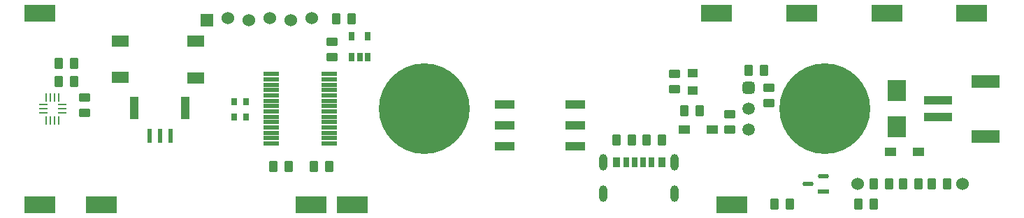
<source format=gbr>
%TF.GenerationSoftware,Altium Limited,Altium Designer,22.7.1 (60)*%
G04 Layer_Color=255*
%FSLAX43Y43*%
%MOMM*%
%TF.SameCoordinates,9191ECB2-230E-4BD1-81F0-C314D0E832B5*%
%TF.FilePolarity,Positive*%
%TF.FileFunction,Pads,Top*%
%TF.Part,Single*%
G01*
G75*
%TA.AperFunction,SMDPad,CuDef*%
G04:AMPARAMS|DCode=10|XSize=1mm|YSize=1.42mm|CornerRadius=0.125mm|HoleSize=0mm|Usage=FLASHONLY|Rotation=180.000|XOffset=0mm|YOffset=0mm|HoleType=Round|Shape=RoundedRectangle|*
%AMROUNDEDRECTD10*
21,1,1.000,1.170,0,0,180.0*
21,1,0.750,1.420,0,0,180.0*
1,1,0.250,-0.375,0.585*
1,1,0.250,0.375,0.585*
1,1,0.250,0.375,-0.585*
1,1,0.250,-0.375,-0.585*
%
%ADD10ROUNDEDRECTD10*%
%ADD11R,1.400X1.000*%
%ADD12R,1.359X0.587*%
G04:AMPARAMS|DCode=13|XSize=1.359mm|YSize=0.587mm|CornerRadius=0.293mm|HoleSize=0mm|Usage=FLASHONLY|Rotation=180.000|XOffset=0mm|YOffset=0mm|HoleType=Round|Shape=RoundedRectangle|*
%AMROUNDEDRECTD13*
21,1,1.359,0.000,0,0,180.0*
21,1,0.772,0.587,0,0,180.0*
1,1,0.587,-0.386,0.000*
1,1,0.587,0.386,0.000*
1,1,0.587,0.386,0.000*
1,1,0.587,-0.386,0.000*
%
%ADD13ROUNDEDRECTD13*%
G04:AMPARAMS|DCode=14|XSize=1.1mm|YSize=0.6mm|CornerRadius=0.051mm|HoleSize=0mm|Usage=FLASHONLY|Rotation=90.000|XOffset=0mm|YOffset=0mm|HoleType=Round|Shape=RoundedRectangle|*
%AMROUNDEDRECTD14*
21,1,1.100,0.498,0,0,90.0*
21,1,0.998,0.600,0,0,90.0*
1,1,0.102,0.249,0.499*
1,1,0.102,0.249,-0.499*
1,1,0.102,-0.249,-0.499*
1,1,0.102,-0.249,0.499*
%
%ADD14ROUNDEDRECTD14*%
%ADD15R,0.800X0.900*%
%ADD16R,2.440X1.130*%
G04:AMPARAMS|DCode=17|XSize=1mm|YSize=1.42mm|CornerRadius=0.125mm|HoleSize=0mm|Usage=FLASHONLY|Rotation=270.000|XOffset=0mm|YOffset=0mm|HoleType=Round|Shape=RoundedRectangle|*
%AMROUNDEDRECTD17*
21,1,1.000,1.170,0,0,270.0*
21,1,0.750,1.420,0,0,270.0*
1,1,0.250,-0.585,-0.375*
1,1,0.250,-0.585,0.375*
1,1,0.250,0.585,0.375*
1,1,0.250,0.585,-0.375*
%
%ADD17ROUNDEDRECTD17*%
%ADD18R,0.900X1.150*%
%ADD19R,0.800X1.150*%
%ADD20R,0.700X1.150*%
%ADD21R,0.600X1.700*%
%ADD22R,1.000X2.800*%
%ADD23R,2.100X1.380*%
%ADD24R,3.800X2.030*%
%ADD25R,1.200X1.100*%
G04:AMPARAMS|DCode=26|XSize=1.9mm|YSize=0.48mm|CornerRadius=0.06mm|HoleSize=0mm|Usage=FLASHONLY|Rotation=180.000|XOffset=0mm|YOffset=0mm|HoleType=Round|Shape=RoundedRectangle|*
%AMROUNDEDRECTD26*
21,1,1.900,0.360,0,0,180.0*
21,1,1.780,0.480,0,0,180.0*
1,1,0.120,-0.890,0.180*
1,1,0.120,0.890,0.180*
1,1,0.120,0.890,-0.180*
1,1,0.120,-0.890,-0.180*
%
%ADD26ROUNDEDRECTD26*%
%ADD27R,3.400X1.500*%
%ADD28R,3.500X1.000*%
%ADD29R,2.300X2.500*%
%ADD30R,1.000X0.250*%
%ADD31R,0.250X1.000*%
%TA.AperFunction,ComponentPad*%
%ADD34C,1.524*%
%ADD35O,1.000X2.000*%
%ADD36R,1.524X1.524*%
%ADD37C,1.500*%
G04:AMPARAMS|DCode=38|XSize=1.5mm|YSize=1.5mm|CornerRadius=0.375mm|HoleSize=0mm|Usage=FLASHONLY|Rotation=270.000|XOffset=0mm|YOffset=0mm|HoleType=Round|Shape=RoundedRectangle|*
%AMROUNDEDRECTD38*
21,1,1.500,0.750,0,0,270.0*
21,1,0.750,1.500,0,0,270.0*
1,1,0.750,-0.375,-0.375*
1,1,0.750,-0.375,0.375*
1,1,0.750,0.375,0.375*
1,1,0.750,0.375,-0.375*
%
%ADD38ROUNDEDRECTD38*%
%TA.AperFunction,ViaPad*%
%ADD39C,11.000*%
D10*
X109855Y5905D02*
D03*
X107985D02*
D03*
X111495D02*
D03*
X113365D02*
D03*
X106355D02*
D03*
X104485D02*
D03*
X92430Y3425D02*
D03*
X94300D02*
D03*
X104485Y3425D02*
D03*
X102615D02*
D03*
X89325Y19700D02*
D03*
X91195D02*
D03*
X81540Y14775D02*
D03*
X83410D02*
D03*
X38470Y7975D02*
D03*
X36600D02*
D03*
X31730Y7975D02*
D03*
X33600D02*
D03*
X5750Y18350D02*
D03*
X7620D02*
D03*
X7632Y20550D02*
D03*
X5762D02*
D03*
X41241Y25916D02*
D03*
X39371D02*
D03*
X73270Y11245D02*
D03*
X75140D02*
D03*
X78770D02*
D03*
X76900D02*
D03*
D11*
X106495Y9775D02*
D03*
X109855D02*
D03*
X84900Y12460D02*
D03*
X81540D02*
D03*
D12*
X98353Y4985D02*
D03*
D13*
Y6815D02*
D03*
X96500Y5900D02*
D03*
D14*
X41241Y23866D02*
D03*
X43141D02*
D03*
Y21266D02*
D03*
X42191D02*
D03*
X41241D02*
D03*
D15*
X26975Y15875D02*
D03*
Y14025D02*
D03*
X28425D02*
D03*
Y15875D02*
D03*
D16*
X59725Y15540D02*
D03*
Y13000D02*
D03*
Y10460D02*
D03*
X68325D02*
D03*
Y13000D02*
D03*
Y15540D02*
D03*
D17*
X38866Y23136D02*
D03*
Y21266D02*
D03*
X80345Y19285D02*
D03*
Y17415D02*
D03*
X87050Y12460D02*
D03*
Y14330D02*
D03*
X8875Y14500D02*
D03*
Y16370D02*
D03*
X91775Y15680D02*
D03*
Y17550D02*
D03*
D18*
X78775Y8497D02*
D03*
X73275D02*
D03*
D19*
X77545D02*
D03*
X74505D02*
D03*
D20*
X75525D02*
D03*
X76525D02*
D03*
D21*
X19250Y11740D02*
D03*
X18000D02*
D03*
X16750D02*
D03*
D22*
X21100Y15090D02*
D03*
X14900D02*
D03*
D23*
X13200Y23275D02*
D03*
X22300D02*
D03*
X13200Y18795D02*
D03*
X22300Y18785D02*
D03*
D24*
X41325Y3375D02*
D03*
X3475D02*
D03*
X10925D02*
D03*
X36275D02*
D03*
X87300D02*
D03*
X106025Y26625D02*
D03*
X116325D02*
D03*
X85425D02*
D03*
X95725D02*
D03*
X3475D02*
D03*
D25*
X82500Y19300D02*
D03*
Y17200D02*
D03*
D26*
X38505Y19225D02*
D03*
Y18575D02*
D03*
Y17925D02*
D03*
Y17275D02*
D03*
Y16625D02*
D03*
Y15975D02*
D03*
Y15325D02*
D03*
Y14675D02*
D03*
Y14025D02*
D03*
Y13375D02*
D03*
Y12725D02*
D03*
Y12075D02*
D03*
Y11425D02*
D03*
Y10775D02*
D03*
X31495D02*
D03*
Y11425D02*
D03*
Y12075D02*
D03*
Y12725D02*
D03*
Y13375D02*
D03*
Y14025D02*
D03*
Y14675D02*
D03*
Y15325D02*
D03*
Y15975D02*
D03*
Y16625D02*
D03*
Y17275D02*
D03*
Y17925D02*
D03*
Y18575D02*
D03*
Y19225D02*
D03*
D27*
X118000Y18350D02*
D03*
Y11650D02*
D03*
D28*
X112250Y16000D02*
D03*
Y14000D02*
D03*
D29*
X107225Y17200D02*
D03*
Y12800D02*
D03*
D30*
X6141Y14500D02*
D03*
Y15000D02*
D03*
Y15500D02*
D03*
X3859D02*
D03*
Y15000D02*
D03*
Y14500D02*
D03*
D31*
X5750Y16391D02*
D03*
X5250D02*
D03*
X4750D02*
D03*
X4250D02*
D03*
X5762Y13603D02*
D03*
X5254D02*
D03*
X4746D02*
D03*
X4238D02*
D03*
D34*
X102530Y5905D02*
D03*
X115230D02*
D03*
X28780Y25787D02*
D03*
X33860D02*
D03*
X26240Y26041D02*
D03*
X31320D02*
D03*
X36400D02*
D03*
D35*
X80345Y4692D02*
D03*
X71705D02*
D03*
X80345Y8492D02*
D03*
X71705D02*
D03*
D36*
X23700Y25787D02*
D03*
D37*
X89325Y12460D02*
D03*
Y15000D02*
D03*
D38*
Y17540D02*
D03*
D39*
X50000Y15000D02*
D03*
X98565D02*
D03*
%TF.MD5,c289919ce5271811cb3b0a7ab5b50911*%
M02*

</source>
